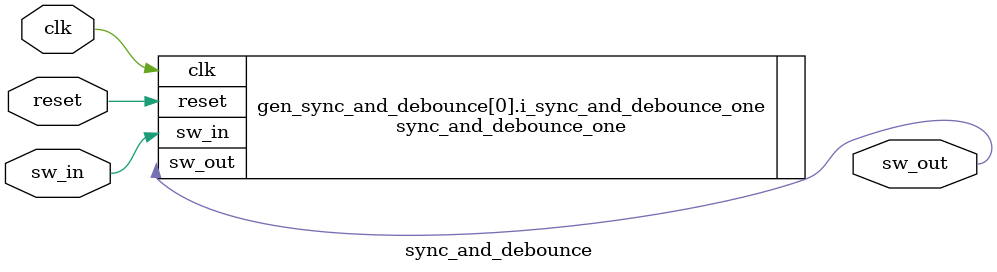
<source format=sv>
module sync_and_debounce
# (
    parameter w = 1, depth = 8
)
(   
    input            clk,
    input            reset,
    input  [w - 1:0] sw_in,
    output [w - 1:0] sw_out
);

    genvar sw_cnt;

    generate
        for (sw_cnt = 0; sw_cnt < w; sw_cnt = sw_cnt + 1)
        begin : gen_sync_and_debounce
           
           sync_and_debounce_one
           # (.depth (depth))
           i_sync_and_debounce_one
           (    
              .clk    ( clk             ),
              .reset  ( reset           ),
              .sw_in  ( sw_in  [sw_cnt] ),
              .sw_out ( sw_out [sw_cnt] )
           );

        end
    endgenerate 

endmodule
</source>
